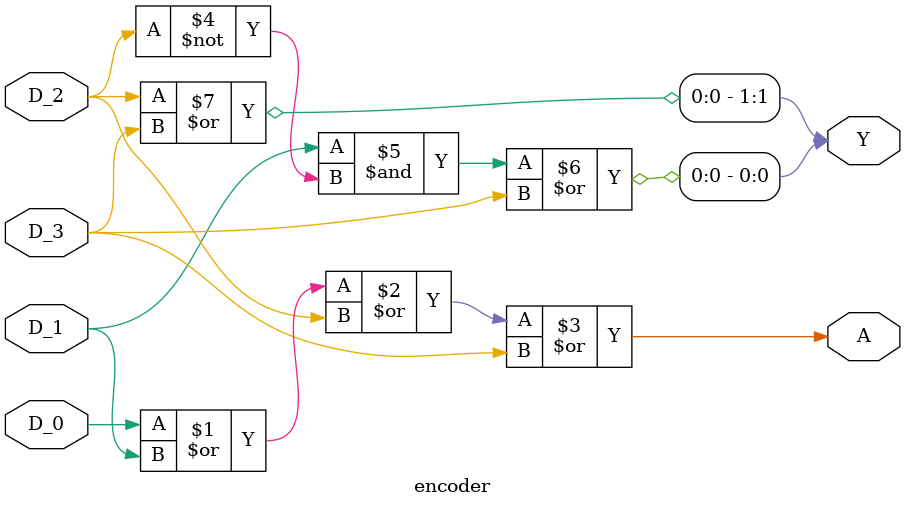
<source format=v>
/*
 * Generated by Digiblock. Don't modify this file!
 * Any changes will be lost if this file is regenerated.
 */

module encoder (
  input D_0, // data bit 0.
  input D_1, // data bit 1.
  input D_2, // data bit 2.
  input D_3, // data bit 3.
  output A, // Output bit. One of the data bits is always output 
            // here. Which one is set by the inputs A_0 and A_1.
  output [1:0] Y
);
  assign A = (D_0 | D_1 | D_2 | D_3);
  assign Y[0] = ((D_1 & ~ D_2) | D_3);
  assign Y[1] = (D_2 | D_3);
endmodule

</source>
